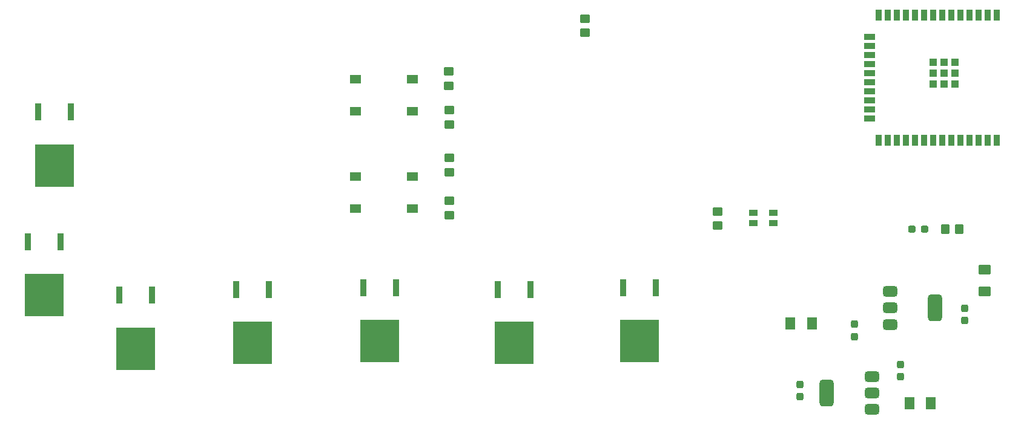
<source format=gbr>
%TF.GenerationSoftware,KiCad,Pcbnew,8.0.0*%
%TF.CreationDate,2025-03-23T20:25:23+05:30*%
%TF.ProjectId,MCU_motorcycle,4d43555f-6d6f-4746-9f72-6379636c652e,rev?*%
%TF.SameCoordinates,Original*%
%TF.FileFunction,Paste,Top*%
%TF.FilePolarity,Positive*%
%FSLAX46Y46*%
G04 Gerber Fmt 4.6, Leading zero omitted, Abs format (unit mm)*
G04 Created by KiCad (PCBNEW 8.0.0) date 2025-03-23 20:25:23*
%MOMM*%
%LPD*%
G01*
G04 APERTURE LIST*
G04 Aperture macros list*
%AMRoundRect*
0 Rectangle with rounded corners*
0 $1 Rounding radius*
0 $2 $3 $4 $5 $6 $7 $8 $9 X,Y pos of 4 corners*
0 Add a 4 corners polygon primitive as box body*
4,1,4,$2,$3,$4,$5,$6,$7,$8,$9,$2,$3,0*
0 Add four circle primitives for the rounded corners*
1,1,$1+$1,$2,$3*
1,1,$1+$1,$4,$5*
1,1,$1+$1,$6,$7*
1,1,$1+$1,$8,$9*
0 Add four rect primitives between the rounded corners*
20,1,$1+$1,$2,$3,$4,$5,0*
20,1,$1+$1,$4,$5,$6,$7,0*
20,1,$1+$1,$6,$7,$8,$9,0*
20,1,$1+$1,$8,$9,$2,$3,0*%
G04 Aperture macros list end*
%ADD10R,0.939800X2.489200*%
%ADD11R,5.511800X5.918200*%
%ADD12R,1.550000X1.300000*%
%ADD13R,1.200000X0.900000*%
%ADD14R,0.900000X1.500000*%
%ADD15R,1.500000X0.900000*%
%ADD16R,1.050000X1.050000*%
%ADD17RoundRect,0.375000X-0.625000X-0.375000X0.625000X-0.375000X0.625000X0.375000X-0.625000X0.375000X0*%
%ADD18RoundRect,0.500000X-0.500000X-1.400000X0.500000X-1.400000X0.500000X1.400000X-0.500000X1.400000X0*%
%ADD19RoundRect,0.250000X0.450000X-0.350000X0.450000X0.350000X-0.450000X0.350000X-0.450000X-0.350000X0*%
%ADD20RoundRect,0.237500X-0.237500X0.300000X-0.237500X-0.300000X0.237500X-0.300000X0.237500X0.300000X0*%
%ADD21RoundRect,0.250000X-0.450000X0.350000X-0.450000X-0.350000X0.450000X-0.350000X0.450000X0.350000X0*%
%ADD22RoundRect,0.250000X0.350000X0.450000X-0.350000X0.450000X-0.350000X-0.450000X0.350000X-0.450000X0*%
%ADD23RoundRect,0.250001X0.462499X0.624999X-0.462499X0.624999X-0.462499X-0.624999X0.462499X-0.624999X0*%
%ADD24RoundRect,0.375000X0.625000X0.375000X-0.625000X0.375000X-0.625000X-0.375000X0.625000X-0.375000X0*%
%ADD25RoundRect,0.500000X0.500000X1.400000X-0.500000X1.400000X-0.500000X-1.400000X0.500000X-1.400000X0*%
%ADD26RoundRect,0.250001X-0.624999X0.462499X-0.624999X-0.462499X0.624999X-0.462499X0.624999X0.462499X0*%
%ADD27RoundRect,0.250001X-0.462499X-0.624999X0.462499X-0.624999X0.462499X0.624999X-0.462499X0.624999X0*%
%ADD28RoundRect,0.237500X0.237500X-0.300000X0.237500X0.300000X-0.237500X0.300000X-0.237500X-0.300000X0*%
%ADD29RoundRect,0.237500X-0.287500X-0.237500X0.287500X-0.237500X0.287500X0.237500X-0.287500X0.237500X0*%
G04 APERTURE END LIST*
D10*
%TO.C,MOSFET7*%
X71987600Y-97396300D03*
X67407600Y-97396300D03*
D11*
X69697600Y-104876600D03*
%TD*%
D10*
%TO.C,MOSFET6*%
X70514400Y-115557300D03*
X65934400Y-115557300D03*
D11*
X68224400Y-123037600D03*
%TD*%
D10*
%TO.C,MOSFET5*%
X83316000Y-123050300D03*
X78736000Y-123050300D03*
D11*
X81026000Y-130530600D03*
%TD*%
D10*
%TO.C,MOSFET4*%
X99673600Y-122237500D03*
X95093600Y-122237500D03*
D11*
X97383600Y-129717800D03*
%TD*%
D10*
%TO.C,MOSFET3*%
X117453600Y-121983500D03*
X112873600Y-121983500D03*
D11*
X115163600Y-129463800D03*
%TD*%
D10*
%TO.C,MOSFET2*%
X136198800Y-122212100D03*
X131618800Y-122212100D03*
D11*
X133908800Y-129692400D03*
%TD*%
D10*
%TO.C,MOSFET1*%
X153724800Y-122008900D03*
X149144800Y-122008900D03*
D11*
X151434800Y-129489200D03*
%TD*%
D12*
%TO.C,SW1*%
X111750000Y-92800000D03*
X119700000Y-92800000D03*
X111750000Y-97300000D03*
X119700000Y-97300000D03*
%TD*%
D13*
%TO.C,D5*%
X167362500Y-111475000D03*
X170162500Y-111475000D03*
X170162500Y-112925000D03*
X167362500Y-112925000D03*
%TD*%
D14*
%TO.C,U1*%
X201420000Y-83850000D03*
X200150000Y-83850000D03*
X198880000Y-83850000D03*
X197610000Y-83850000D03*
X196340000Y-83850000D03*
X195070000Y-83850000D03*
X193800000Y-83850000D03*
X192530000Y-83850000D03*
X191260000Y-83850000D03*
X189990000Y-83850000D03*
X188720000Y-83850000D03*
X187450000Y-83850000D03*
X186180000Y-83850000D03*
X184910000Y-83850000D03*
D15*
X183660000Y-86890000D03*
X183660000Y-88160000D03*
X183660000Y-89430000D03*
X183660000Y-90700000D03*
X183660000Y-91970000D03*
X183660000Y-93240000D03*
X183660000Y-94510000D03*
X183660000Y-95780000D03*
X183660000Y-97050000D03*
X183660000Y-98320000D03*
D14*
X184910000Y-101350000D03*
X186180000Y-101350000D03*
X187450000Y-101350000D03*
X188720000Y-101350000D03*
X189990000Y-101350000D03*
X191260000Y-101350000D03*
X192530000Y-101350000D03*
X193800000Y-101350000D03*
X195070000Y-101350000D03*
X196340000Y-101350000D03*
X197610000Y-101350000D03*
X198880000Y-101350000D03*
X200150000Y-101350000D03*
X201420000Y-101350000D03*
D16*
X195605000Y-90395000D03*
X194080000Y-90395000D03*
X192555000Y-90395000D03*
X195605000Y-91920000D03*
X194080000Y-91920000D03*
X192555000Y-91920000D03*
X195605000Y-93445000D03*
X194080000Y-93445000D03*
X192555000Y-93445000D03*
%TD*%
D17*
%TO.C,U13*%
X186500000Y-122525000D03*
X186500000Y-124825000D03*
D18*
X192800000Y-124825000D03*
D17*
X186500000Y-127125000D03*
%TD*%
D19*
%TO.C,R1*%
X162400000Y-113300000D03*
X162400000Y-111300000D03*
%TD*%
D20*
%TO.C,C7*%
X173925000Y-135525000D03*
X173925000Y-137250000D03*
%TD*%
D21*
%TO.C,R6*%
X124900000Y-109800000D03*
X124900000Y-111800000D03*
%TD*%
D12*
%TO.C,SW2*%
X111750000Y-106400000D03*
X119700000Y-106400000D03*
X111750000Y-110900000D03*
X119700000Y-110900000D03*
%TD*%
D21*
%TO.C,R8*%
X143800000Y-84300000D03*
X143800000Y-86300000D03*
%TD*%
D22*
%TO.C,R9*%
X196200000Y-113800000D03*
X194200000Y-113800000D03*
%TD*%
D20*
%TO.C,C4*%
X181525000Y-127112500D03*
X181525000Y-128837500D03*
%TD*%
D23*
%TO.C,F1*%
X192175000Y-138175000D03*
X189200000Y-138175000D03*
%TD*%
D24*
%TO.C,U4*%
X183950000Y-139050000D03*
X183950000Y-136750000D03*
D25*
X177650000Y-136750000D03*
D24*
X183950000Y-134450000D03*
%TD*%
D21*
%TO.C,R3*%
X124800000Y-91700000D03*
X124800000Y-93700000D03*
%TD*%
D26*
%TO.C,F3*%
X199750000Y-119500000D03*
X199750000Y-122475000D03*
%TD*%
D27*
%TO.C,F2*%
X172575000Y-127000000D03*
X175550000Y-127000000D03*
%TD*%
D21*
%TO.C,R4*%
X124900000Y-97100000D03*
X124900000Y-99100000D03*
%TD*%
D28*
%TO.C,C6*%
X187987500Y-134437500D03*
X187987500Y-132712500D03*
%TD*%
D21*
%TO.C,R5*%
X124900000Y-103800000D03*
X124900000Y-105800000D03*
%TD*%
D20*
%TO.C,C5*%
X196950000Y-124850000D03*
X196950000Y-126575000D03*
%TD*%
D29*
%TO.C,D4*%
X189550000Y-113800000D03*
X191300000Y-113800000D03*
%TD*%
M02*

</source>
